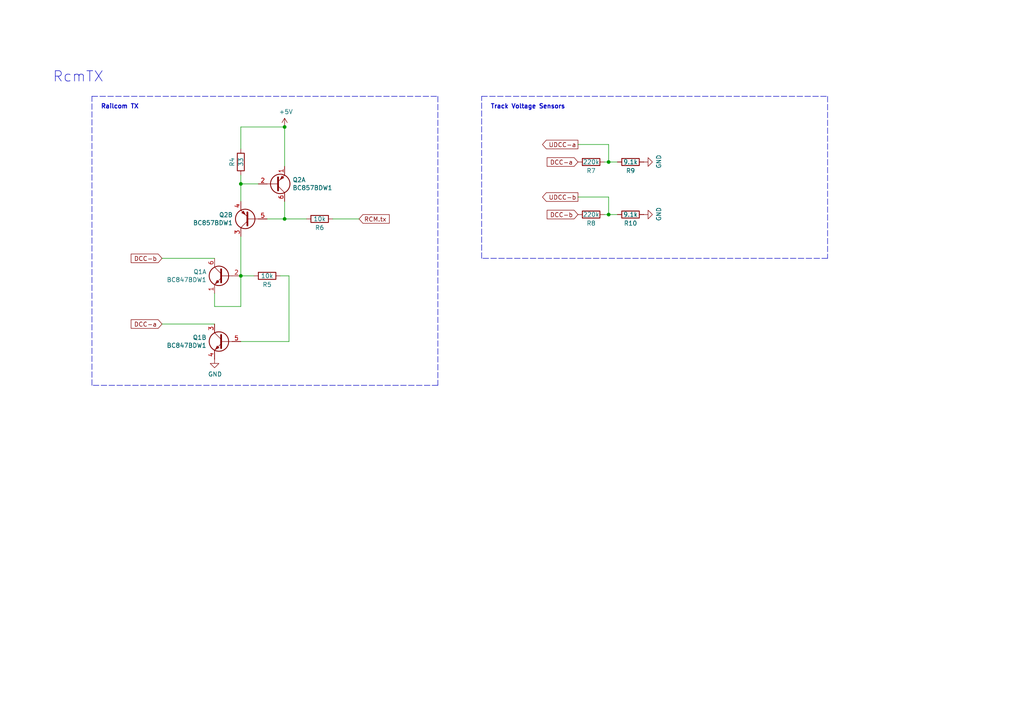
<source format=kicad_sch>
(kicad_sch (version 20250114) (generator "eeschema") (generator_version "9.0")
  (paper "A4")
  (title_block (title "RTB D98-Function NEM651 Decoder") (date "2026-02-20") (rev "0") (company "Frank Schumacher/Felix Schilberth") (comment 1 "Funktions Decoder NEM651") (comment 4 "Licensed under the Apache License, Version 2"))
  (lib_symbols
    (symbol "Device:R" (pin_numbers (hide yes)) (pin_names (offset 0))
      (property "Reference" "R" (at 2.032 0 90))
      (property "Value" "R" (at 0 0 90))
      (symbol "R_0_1"
        (rectangle (start -1.016 -2.54) (end 1.016 2.54) (stroke (width 0.254)))
      )
      (symbol "R_1_1"
        (pin passive line (at 0 3.81 270) (length 1.27) (name "~") (number "1"))
        (pin passive line (at 0 -3.81 90) (length 1.27) (name "~") (number "2"))
      )
    )
    (symbol "Transistor_BJT:BC847BDW1" (pin_names (offset 0) (hide yes))
      (property "Reference" "Q" (at 5.08 1.27 0))
      (property "Value" "BC847BDW1" (at 5.08 -1.27 0))
      (symbol "BC847BDW1_0_1"
        (polyline (pts (xy 0.635 1.905) (xy 0.635 -1.905)) (stroke (width 0.508)))
        (polyline (pts (xy 0.635 0.635) (xy 2.54 2.54)))
        (polyline (pts (xy 0.635 0) (xy -2.54 0)))
        (polyline (pts (xy 0.635 -0.635) (xy 2.54 -2.54)))
        (circle (center 1.27 0) (radius 2.8194) (stroke (width 0.254)))
        (polyline (pts (xy 1.27 -1.778) (xy 1.778 -1.27) (xy 2.286 -2.286) (xy 1.27 -1.778)) (fill (type outline)))
      )
      (symbol "BC847BDW1_1_1"
        (pin input line (at -5.08 0 0) (length 2.54) (name "B1") (number "2"))
        (pin passive line (at 2.54 5.08 270) (length 2.54) (name "C1") (number "6"))
        (pin passive line (at 2.54 -5.08 90) (length 2.54) (name "E1") (number "1"))
      )
      (symbol "BC847BDW1_2_1"
        (pin input line (at -5.08 0 0) (length 2.54) (name "B2") (number "5"))
        (pin passive line (at 2.54 5.08 270) (length 2.54) (name "C2") (number "3"))
        (pin passive line (at 2.54 -5.08 90) (length 2.54) (name "E2") (number "4"))
      )
    )
    (symbol "Transistor_BJT:BC857BDW1" (pin_names (offset 0) (hide yes))
      (property "Reference" "Q" (at 5.08 1.27 0))
      (property "Value" "BC857BDW1" (at 5.08 -1.27 0))
      (symbol "BC857BDW1_0_1"
        (polyline (pts (xy 0.635 1.905) (xy 0.635 -1.905)) (stroke (width 0.508)))
        (polyline (pts (xy 0.635 0.635) (xy 2.54 2.54)))
        (polyline (pts (xy 0.635 0) (xy -2.54 0)))
        (polyline (pts (xy 0.635 -0.635) (xy 2.54 -2.54)))
        (circle (center 1.27 0) (radius 2.8194) (stroke (width 0.254)))
        (polyline (pts (xy 2.286 -1.778) (xy 1.778 -2.286) (xy 1.27 -1.27) (xy 2.286 -1.778)) (fill (type outline)))
      )
      (symbol "BC857BDW1_1_1"
        (pin input line (at -5.08 0 0) (length 2.54) (name "B1") (number "2"))
        (pin passive line (at 2.54 5.08 270) (length 2.54) (name "C1") (number "6"))
        (pin passive line (at 2.54 -5.08 90) (length 2.54) (name "E1") (number "1"))
      )
      (symbol "BC857BDW1_2_1"
        (pin input line (at -5.08 0 0) (length 2.54) (name "B2") (number "5"))
        (pin passive line (at 2.54 5.08 270) (length 2.54) (name "C2") (number "3"))
        (pin passive line (at 2.54 -5.08 90) (length 2.54) (name "E2") (number "4"))
      )
    )
    (symbol "power:+3V3" (power) (pin_numbers (hide yes)) (pin_names (offset 0) (hide yes))
      (property "Value" "+3V3" (at 0 3.556 0))
      (symbol "+3V3_0_1"
        (polyline (pts (xy -0.762 1.27) (xy 0 2.54)))
        (polyline (pts (xy 0 2.54) (xy 0.762 1.27)))
        (polyline (pts (xy 0 0) (xy 0 2.54)))
      )
      (symbol "+3V3_1_1"
        (pin power_in line (at 0 0 90) (length 0) (name "~") (number "1"))
      )
    )
    (symbol "power:GND" (power) (pin_numbers (hide yes)) (pin_names (offset 0) (hide yes))
      (property "Value" "GND" (at 0 -3.81 0))
      (symbol "GND_0_1"
        (polyline (pts (xy 0 0) (xy 0 -1.27) (xy 1.27 -1.27) (xy 0 -2.54) (xy -1.27 -1.27) (xy 0 -1.27)))
      )
      (symbol "GND_1_1"
        (pin power_in line (at 0 0 270) (length 0) (name "~") (number "1"))
      )
    )
  )
  (text "Railcom TX" (at 29.21 31.75 0) (effects (font (size 1.27 1.27) (thickness 0.254) (bold yes)) (justify left bottom)))
  (text "Track Voltage Sensors" (at 142.24 31.75 0) (effects (font (size 1.27 1.27) (thickness 0.254) (bold yes)) (justify left bottom)))
  (text "RcmTX" (at 15.24 24.13 0) (effects (font (size 2.9972 2.9972)) (justify left bottom)))
  (junction (at 82.55 36.83))
  (junction (at 69.85 80.01))
  (junction (at 176.53 62.23))
  (junction (at 176.53 46.99))
  (junction (at 82.55 63.5))
  (junction (at 69.85 53.34))
  (wire (pts (xy 69.85 53.34) (xy 74.93 53.34)))
  (polyline (pts (xy 26.67 27.94) (xy 127 27.94)) (stroke (width 0) (type dash)))
  (wire (pts (xy 96.52 63.5) (xy 104.14 63.5)))
  (wire (pts (xy 46.99 93.98) (xy 62.23 93.98)))
  (polyline (pts (xy 127 27.94) (xy 127 111.76)) (stroke (width 0) (type dash)))
  (wire (pts (xy 69.85 88.9) (xy 69.85 80.01)))
  (wire (pts (xy 82.55 63.5) (xy 82.55 58.42)))
  (wire (pts (xy 167.64 41.91) (xy 176.53 41.91)))
  (wire (pts (xy 176.53 46.99) (xy 179.07 46.99)))
  (wire (pts (xy 69.85 36.83) (xy 69.85 43.18)))
  (wire (pts (xy 69.85 80.01) (xy 73.66 80.01)))
  (polyline (pts (xy 26.67 111.76) (xy 26.67 27.94)) (stroke (width 0) (type dash)))
  (wire (pts (xy 69.85 58.42) (xy 69.85 53.34)))
  (wire (pts (xy 62.23 85.09) (xy 62.23 88.9)))
  (polyline (pts (xy 139.7 74.93) (xy 139.7 27.94)) (stroke (width 0) (type dash)))
  (wire (pts (xy 175.26 46.99) (xy 176.53 46.99)))
  (wire (pts (xy 82.55 48.26) (xy 82.55 36.83)))
  (polyline (pts (xy 139.7 27.94) (xy 240.03 27.94)) (stroke (width 0) (type dash)))
  (wire (pts (xy 82.55 36.83) (xy 69.85 36.83)))
  (polyline (pts (xy 240.03 74.93) (xy 139.7 74.93)) (stroke (width 0) (type dash)))
  (wire (pts (xy 175.26 62.23) (xy 176.53 62.23)))
  (wire (pts (xy 77.47 63.5) (xy 82.55 63.5)))
  (polyline (pts (xy 240.03 27.94) (xy 240.03 74.93)) (stroke (width 0) (type dash)))
  (wire (pts (xy 83.82 80.01) (xy 81.28 80.01)))
  (wire (pts (xy 176.53 41.91) (xy 176.53 46.99)))
  (polyline (pts (xy 127 111.76) (xy 26.67 111.76)) (stroke (width 0) (type dash)))
  (wire (pts (xy 62.23 88.9) (xy 69.85 88.9)))
  (wire (pts (xy 82.55 63.5) (xy 88.9 63.5)))
  (wire (pts (xy 69.85 99.06) (xy 83.82 99.06)))
  (wire (pts (xy 167.64 57.15) (xy 176.53 57.15)))
  (wire (pts (xy 176.53 62.23) (xy 179.07 62.23)))
  (wire (pts (xy 69.85 68.58) (xy 69.85 80.01)))
  (wire (pts (xy 62.23 74.93) (xy 46.99 74.93)))
  (wire (pts (xy 83.82 99.06) (xy 83.82 80.01)))
  (wire (pts (xy 69.85 50.8) (xy 69.85 53.34)))
  (wire (pts (xy 176.53 57.15) (xy 176.53 62.23)))
  (global_label "UDCC-b" (shape output) (at 167.64 57.15 180) (property "Intersheetrefs" "${INTERSHEET_REFS}" (effects (hide yes))))
  (global_label "RCM.tx" (shape input) (at 104.14 63.5 0) (property "Intersheetrefs" "${INTERSHEET_REFS}" (effects (hide yes))))
  (global_label "DCC-a" (shape input) (at 46.99 93.98 180) (property "Intersheetrefs" "${INTERSHEET_REFS}" (effects (hide yes))))
  (global_label "UDCC-a" (shape output) (at 167.64 41.91 180) (property "Intersheetrefs" "${INTERSHEET_REFS}" (effects (hide yes))))
  (global_label "DCC-a" (shape input) (at 167.64 46.99 180) (property "Intersheetrefs" "${INTERSHEET_REFS}" (effects (hide yes))))
  (global_label "DCC-b" (shape input) (at 46.99 74.93 180) (property "Intersheetrefs" "${INTERSHEET_REFS}" (effects (hide yes))))
  (global_label "DCC-b" (shape input) (at 167.64 62.23 180) (property "Intersheetrefs" "${INTERSHEET_REFS}" (effects (hide yes))))
  (symbol (lib_id "Device:R") (at 171.45 46.99 90) (unit 1)
    (property "Reference" "R7" (at 171.45 49.53 90))
    (property "Value" "220k" (at 171.45 46.99 90))
    (property "Footprint" "Resistor_SMD:R_0402_1005Metric" (effects (hide yes)))
  )
  (symbol (lib_id "Device:R") (at 182.88 46.99 90) (unit 1)
    (property "Reference" "R9" (at 182.88 49.53 90))
    (property "Value" "9.1k" (at 182.88 46.99 90))
    (property "Footprint" "Resistor_SMD:R_0402_1005Metric" (effects (hide yes)))
  )
  (symbol (lib_id "power:GND") (at 186.69 46.99 90) (unit 1)
    (property "Reference" "#PWR0128" (effects (hide yes)))
    (property "Value" "GND" (at 191.0842 46.863 0))
  )
  (symbol (lib_id "Device:R") (at 171.45 62.23 90) (unit 1)
    (property "Reference" "R8" (at 171.45 64.77 90))
    (property "Value" "220k" (at 171.45 62.23 90))
    (property "Footprint" "Resistor_SMD:R_0402_1005Metric" (effects (hide yes)))
  )
  (symbol (lib_id "Device:R") (at 182.88 62.23 90) (unit 1)
    (property "Reference" "R10" (at 182.88 64.77 90))
    (property "Value" "9.1k" (at 182.88 62.23 90))
    (property "Footprint" "Resistor_SMD:R_0402_1005Metric" (effects (hide yes)))
  )
  (symbol (lib_id "power:GND") (at 186.69 62.23 90) (unit 1)
    (property "Reference" "#PWR0130" (effects (hide yes)))
    (property "Value" "GND" (at 191.0842 62.103 0))
  )
  (symbol (lib_id "Transistor_BJT:BC857BDW1") (at 80.01 53.34 0) (mirror x) (unit 1)
    (property "Reference" "Q2" (at 84.836 52.1716 0) (effects (justify left)))
    (property "Value" "BC857BDW1" (at 84.836 54.483 0) (effects (justify left)))
    (property "Footprint" "Package_TO_SOT_SMD:SOT-666" (effects (hide yes)))
    (property "Datasheet" "http://www.onsemi.com/pub_link/Collateral/BC856BDW1T1-D.PDF" (effects (hide yes)))
  )
  (symbol (lib_id "Transistor_BJT:BC857BDW1") (at 72.39 63.5 180) (unit 2)
    (property "Reference" "Q2" (at 67.5386 62.3316 0) (effects (justify left)))
    (property "Value" "BC857BDW1" (at 67.5386 64.643 0) (effects (justify left)))
    (property "Footprint" "Package_TO_SOT_SMD:SOT-666" (effects (hide yes)))
    (property "Datasheet" "http://www.onsemi.com/pub_link/Collateral/BC856BDW1T1-D.PDF" (effects (hide yes)))
  )
  (symbol (lib_id "Device:R") (at 92.71 63.5 270) (unit 1)
    (property "Reference" "R6" (at 92.71 66.04 90))
    (property "Value" "10k" (at 92.71 63.5 90))
    (property "Footprint" "Resistor_SMD:R_0402_1005Metric" (effects (hide yes)))
  )
  (symbol (lib_id "Device:R") (at 69.85 46.99 0) (unit 1)
    (property "Reference" "R4" (at 67.31 46.99 90))
    (property "Value" "33" (at 69.85 46.99 90))
    (property "Footprint" "Resistor_SMD:R_0402_1005Metric" (effects (hide yes)))
  )
  (symbol (lib_id "power:+3V3") (at 82.55 36.83 0) (unit 1)
    (property "Reference" "#PWR0113" (effects (hide yes)))
    (property "Value" "+5V" (at 82.931 32.4358 0))
  )
  (symbol (lib_id "Transistor_BJT:BC847BDW1") (at 64.77 80.01 0) (mirror y) (unit 1)
    (property "Reference" "Q1" (at 59.9186 78.8416 0) (effects (justify left)))
    (property "Value" "BC847BDW1" (at 59.9186 81.153 0) (effects (justify left)))
    (property "Footprint" "Package_TO_SOT_SMD:SOT-666" (effects (hide yes)))
    (property "Datasheet" "http://www.onsemi.com/pub_link/Collateral/BC846BDW1T1-D.PDF" (effects (hide yes)))
  )
  (symbol (lib_id "Device:R") (at 77.47 80.01 270) (unit 1)
    (property "Reference" "R5" (at 77.47 82.55 90))
    (property "Value" "10k" (at 77.47 80.01 90))
    (property "Footprint" "Resistor_SMD:R_0402_1005Metric" (effects (hide yes)))
  )
  (symbol (lib_id "Transistor_BJT:BC847BDW1") (at 64.77 99.06 0) (mirror y) (unit 2)
    (property "Reference" "Q1" (at 59.9186 97.8916 0) (effects (justify left)))
    (property "Value" "BC847BDW1" (at 59.9186 100.203 0) (effects (justify left)))
    (property "Footprint" "Package_TO_SOT_SMD:SOT-666" (effects (hide yes)))
    (property "Datasheet" "http://www.onsemi.com/pub_link/Collateral/BC846BDW1T1-D.PDF" (effects (hide yes)))
  )
  (symbol (lib_id "power:GND") (at 62.23 104.14 0) (unit 1)
    (property "Reference" "#PWR0114" (effects (hide yes)))
    (property "Value" "GND" (at 62.357 108.5342 0))
  )
)
</source>
